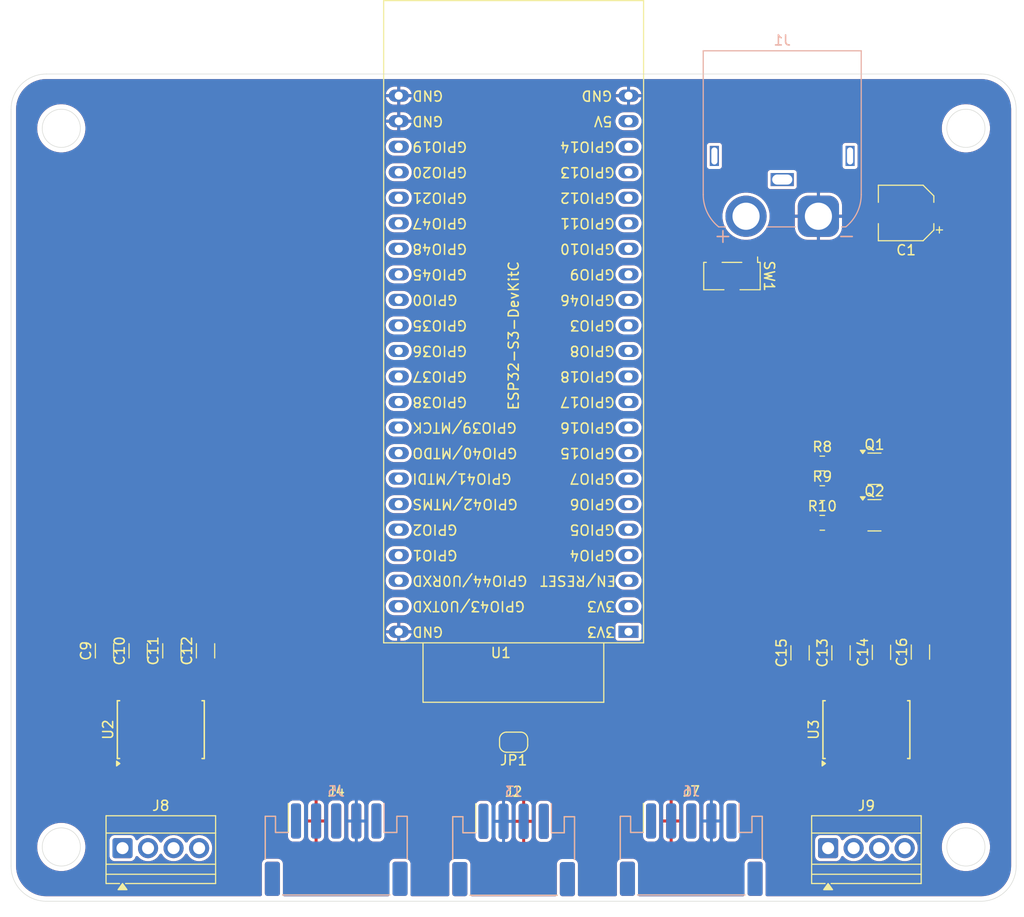
<source format=kicad_pcb>
(kicad_pcb (version 20241229) (generator "pcbnew") (generator_version "9.0")
  (layers (0 "F.Cu" signal) (2 "B.Cu" signal) (13 "F.Paste" user) (15 "B.Paste" user) (5 "F.SilkS" user "F.Silkscreen") (7 "B.SilkS" user "B.Silkscreen") (1 "F.Mask" user) (3 "B.Mask" user) (25 "Edge.Cuts" user))
  (net 0 "")
  (net 1 "GND")
  (net 2 "+7V4")
  (net 3 "+3V3")
  (net 4 "Net-(J1-Pin_2)")
  (net 5 "ENC2")
  (net 6 "ENC1")
  (net 7 "ENC4")
  (net 8 "ENC3")
  (net 9 "PRX_FS")
  (net 10 "Net-(J4-Pin_5)")
  (net 11 "Net-(J5-Pin_5)")
  (net 12 "PRX_LS")
  (net 13 "Net-(J6-Pin_5)")
  (net 14 "PRX_RS")
  (net 15 "PRX_BS")
  (net 16 "SO")
  (net 17 "MOTOR_RL-")
  (net 18 "MOTOR_FL-")
  (net 19 "MOTOR_FL+")
  (net 20 "MOTOR_RL+")
  (net 21 "MOTOR_FR+")
  (net 22 "MOTOR_RR-")
  (net 23 "MOTOR_FR-")
  (net 24 "MOTOR_RR+")
  (net 25 "Net-(Q1-S)")
  (net 26 "Net-(Q1-G)")
  (net 27 "BATT_READ_EN")
  (net 28 "BATT_READ")
  (net 31 "PWMC")
  (net 32 "BIN2")
  (net 35 "BIN1")
  (net 36 "PWMB")
  (net 40 "BIN4")
  (net 41 "AIN3")
  (net 45 "AIN4")
  (net 46 "STBYB")
  (net 51 "PWMD")
  (net 52 "PWMA")
  (net 54 "BIN3")
  (net 55 "AIN1")
  (net 61 "AIN2")
  (net 62 "STBYA")
  (footprint "IMURCLibrary:TerminalBlock_Xinya_XY308-2.54-4P_1x04_P2.54mm_Horizontal" (layer "F.Cu") (at 176.29 131.6175)
    (property "Reference" "J9" (at 3.81 -4.22 0) (layer "F.SilkS"))
    (property "Value" "Right Terminal")
    (fp_line (start -1.64 -3.22) (end -1.64 3.52) (stroke (width 0.12)) (layer "F.SilkS"))
    (fp_line (start -1.64 -3.22) (end 9.26 -3.22) (stroke (width 0.12)) (layer "F.SilkS"))
    (fp_line (start -1.64 -1.5) (end 9.26 -1.5) (stroke (width 0.12)) (layer "F.SilkS"))
    (fp_line (start -1.64 1.6) (end 9.26 1.6) (stroke (width 0.12)) (layer "F.SilkS"))
    (fp_line (start -1.64 2.6) (end 9.26 2.6) (stroke (width 0.12)) (layer "F.SilkS"))
    (fp_line (start -1.64 3.52) (end -0.3 3.52) (stroke (width 0.12)) (layer "F.SilkS"))
    (fp_line (start 0.3 3.52) (end 9.26 3.52) (stroke (width 0.12)) (layer "F.SilkS"))
    (fp_line (start 9.26 -3.22) (end 9.26 3.52) (stroke (width 0.12)) (layer "F.SilkS"))
    (fp_poly (pts (xy 0 3.52) (xy 0.44 4.13) (xy -0.44 4.13)) (stroke (width 0.12)) (fill yes) (layer "F.SilkS"))
    (pad "1" thru_hole roundrect (at 0 0) (size 2 2) (drill 1.2) (layers "*.Cu" "*.Mask") (roundrect_rratio 0.125) (net 24 "MOTOR_RR+"))
    (pad "2" thru_hole circle (at 2.54 0) (size 2 2) (drill 1.2) (layers "*.Cu" "*.Mask") (net 22 "MOTOR_RR-"))
    (pad "3" thru_hole circle (at 5.08 0) (size 2 2) (drill 1.2) (layers "*.Cu" "*.Mask") (net 23 "MOTOR_FR-"))
    (pad "4" thru_hole circle (at 7.62 0) (size 2 2) (drill 1.2) (layers "*.Cu" "*.Mask") (net 21 "MOTOR_FR+"))
  )
  (footprint "Capacitor_SMD:C_1206_3216Metric_Pad1.33x1.80mm_HandSolder" (layer "F.Cu") (at 111 111.9875 90)
    (property "Reference" "C11" (at 0 -1.85 90) (layer "F.SilkS"))
    (property "Value" "0.1uF")
    (fp_line (start -0.711252 -0.91) (end 0.711252 -0.91) (stroke (width 0.12)) (layer "F.SilkS"))
    (fp_line (start -0.711252 0.91) (end 0.711252 0.91) (stroke (width 0.12)) (layer "F.SilkS"))
    (pad "1" smd roundrect (at -1.5625 0 90) (size 1.325 1.8) (layers "F.Cu" "F.Mask" "F.Paste") (roundrect_rratio 0.188679) (net 2 "+7V4"))
    (pad "2" smd roundrect (at 1.5625 0 90) (size 1.325 1.8) (layers "F.Cu" "F.Mask" "F.Paste") (roundrect_rratio 0.188679) (net 1 "GND"))
  )
  (footprint "Capacitor_SMD:C_1206_3216Metric_Pad1.33x1.80mm_HandSolder" (layer "F.Cu") (at 177.575 112.1875 90)
    (property "Reference" "C13" (at 0 -1.85 90) (layer "F.SilkS"))
    (property "Value" "0.1uF")
    (fp_line (start -0.711252 -0.91) (end 0.711252 -0.91) (stroke (width 0.12)) (layer "F.SilkS"))
    (fp_line (start -0.711252 0.91) (end 0.711252 0.91) (stroke (width 0.12)) (layer "F.SilkS"))
    (pad "1" smd roundrect (at -1.5625 0 90) (size 1.325 1.8) (layers "F.Cu" "F.Mask" "F.Paste") (roundrect_rratio 0.188679) (net 3 "+3V3"))
    (pad "2" smd roundrect (at 1.5625 0 90) (size 1.325 1.8) (layers "F.Cu" "F.Mask" "F.Paste") (roundrect_rratio 0.188679) (net 1 "GND"))
  )
  (footprint "Capacitor_SMD:C_1206_3216Metric_Pad1.33x1.80mm_HandSolder" (layer "F.Cu") (at 107.65 111.9875 90)
    (property "Reference" "C10" (at 0 -1.85 90) (layer "F.SilkS"))
    (property "Value" "10uF")
    (fp_line (start -0.711252 -0.91) (end 0.711252 -0.91) (stroke (width 0.12)) (layer "F.SilkS"))
    (fp_line (start -0.711252 0.91) (end 0.711252 0.91) (stroke (width 0.12)) (layer "F.SilkS"))
    (pad "1" smd roundrect (at -1.5625 0 90) (size 1.325 1.8) (layers "F.Cu" "F.Mask" "F.Paste") (roundrect_rratio 0.188679) (net 3 "+3V3"))
    (pad "2" smd roundrect (at 1.5625 0 90) (size 1.325 1.8) (layers "F.Cu" "F.Mask" "F.Paste") (roundrect_rratio 0.188679) (net 1 "GND"))
  )
  (footprint "Capacitor_SMD:C_1206_3216Metric_Pad1.33x1.80mm_HandSolder" (layer "F.Cu") (at 185.475 112.1125 90)
    (property "Reference" "C16" (at 0 -1.85 90) (layer "F.SilkS"))
    (property "Value" "10uF")
    (fp_line (start -0.711252 -0.91) (end 0.711252 -0.91) (stroke (width 0.12)) (layer "F.SilkS"))
    (fp_line (start -0.711252 0.91) (end 0.711252 0.91) (stroke (width 0.12)) (layer "F.SilkS"))
    (pad "1" smd roundrect (at -1.5625 0 90) (size 1.325 1.8) (layers "F.Cu" "F.Mask" "F.Paste") (roundrect_rratio 0.188679) (net 2 "+7V4"))
    (pad "2" smd roundrect (at 1.5625 0 90) (size 1.325 1.8) (layers "F.Cu" "F.Mask" "F.Paste") (roundrect_rratio 0.188679) (net 1 "GND"))
  )
  (footprint "Capacitor_SMD:C_1206_3216Metric_Pad1.33x1.80mm_HandSolder" (layer "F.Cu") (at 104.3 111.9875 90)
    (property "Reference" "C9" (at 0 -1.85 90) (layer "F.SilkS"))
    (property "Value" "0.1uF")
    (fp_line (start -0.711252 -0.91) (end 0.711252 -0.91) (stroke (width 0.12)) (layer "F.SilkS"))
    (fp_line (start -0.711252 0.91) (end 0.711252 0.91) (stroke (width 0.12)) (layer "F.SilkS"))
    (pad "1" smd roundrect (at -1.5625 0 90) (size 1.325 1.8) (layers "F.Cu" "F.Mask" "F.Paste") (roundrect_rratio 0.188679) (net 3 "+3V3"))
    (pad "2" smd roundrect (at 1.5625 0 90) (size 1.325 1.8) (layers "F.Cu" "F.Mask" "F.Paste") (roundrect_rratio 0.188679) (net 1 "GND"))
  )
  (footprint "Resistor_SMD:R_0805_2012Metric" (layer "F.Cu") (at 175.7125 93.35)
    (property "Reference" "R8" (at 0 -1.65 0) (layer "F.SilkS"))
    (property "Value" "10k")
    (fp_line (start -0.227064 -0.735) (end 0.227064 -0.735) (stroke (width 0.12)) (layer "F.SilkS"))
    (fp_line (start -0.227064 0.735) (end 0.227064 0.735) (stroke (width 0.12)) (layer "F.SilkS"))
    (pad "1" smd roundrect (at -0.9125 0) (size 1.025 1.4) (layers "F.Cu" "F.Mask" "F.Paste") (roundrect_rratio 0.243902) (net 26 "Net-(Q1-G)"))
    (pad "2" smd roundrect (at 0.9125 0) (size 1.025 1.4) (layers "F.Cu" "F.Mask" "F.Paste") (roundrect_rratio 0.243902) (net 2 "+7V4"))
  )
  (footprint "Jumper:SolderJumper-2_P1.3mm_Open_RoundedPad1.0x1.5mm" (layer "F.Cu") (at 145 121.075 180)
    (property "Reference" "JP1" (at 0 -1.8 0) (layer "F.SilkS"))
    (property "Value" "SolderJumper_2_Open")
    (fp_line (start 1.4 -0.3) (end 1.4 0.3) (stroke (width 0.12)) (layer "F.SilkS"))
    (fp_line (start 0.7 1) (end -0.7 1) (stroke (width 0.12)) (layer "F.SilkS"))
    (fp_line (start -0.7 -1) (end 0.7 -1) (stroke (width 0.12)) (layer "F.SilkS"))
    (fp_line (start -1.4 0.3) (end -1.4 -0.3) (stroke (width 0.12)) (layer "F.SilkS"))
    (fp_arc (start 1.4 0.3) (mid 1.194975 0.794975) (end 0.7 1) (stroke (width 0.12)) (layer "F.SilkS"))
    (fp_arc (start 0.7 -1) (mid 1.194975 -0.794975) (end 1.4 -0.3) (stroke (width 0.12)) (layer "F.SilkS"))
    (fp_arc (start -0.7 1) (mid -1.194975 0.794975) (end -1.4 0.3) (stroke (width 0.12)) (layer "F.SilkS"))
    (fp_arc (start -1.4 -0.3) (mid -1.194975 -0.794975) (end -0.7 -1) (stroke (width 0.12)) (layer "F.SilkS"))
    (pad "1" smd custom (at -0.65 0 180) (size 1 0.5) (layers "F.Cu" "F.Mask") (net 13 "Net-(J6-Pin_5)") (options (clearance outline) (anchor rect)) (primitives (gr_circle (center 0 0.25) (end 0.5 0.25) (width 0) (fill yes)) (gr_circle (center 0 -0.25) (end 0.5 -0.25) (width 0) (fill yes)) (gr_poly (pts (xy 0.5 0.75) (xy 0 0.75) (xy 0 -0.75) (xy 0.5 -0.75)) (width 0) (fill yes))))
    (pad "2" smd custom (at 0.65 0 180) (size 1 0.5) (layers "F.Cu" "F.Mask") (net 10 "Net-(J4-Pin_5)") (options (clearance outline) (anchor rect)) (primitives (gr_circle (center 0 0.25) (end 0.5 0.25) (width 0) (fill yes)) (gr_circle (center 0 -0.25) (end 0.5 -0.25) (width 0) (fill yes)) (gr_poly (pts (xy 0 0.75) (xy -0.5 0.75) (xy -0.5 -0.75) (xy 0 -0.75)) (width 0) (fill yes))))
  )
  (footprint "Capacitor_SMD:C_1206_3216Metric_Pad1.33x1.80mm_HandSolder" (layer "F.Cu") (at 173.5 112.1875 90)
    (property "Reference" "C15" (at 0 -1.85 90) (layer "F.SilkS"))
    (property "Value" "0.1uF")
    (fp_line (start -0.711252 -0.91) (end 0.711252 -0.91) (stroke (width 0.12)) (layer "F.SilkS"))
    (fp_line (start -0.711252 0.91) (end 0.711252 0.91) (stroke (width 0.12)) (layer "F.SilkS"))
    (pad "1" smd roundrect (at -1.5625 0 90) (size 1.325 1.8) (layers "F.Cu" "F.Mask" "F.Paste") (roundrect_rratio 0.188679) (net 2 "+7V4"))
    (pad "2" smd roundrect (at 1.5625 0 90) (size 1.325 1.8) (layers "F.Cu" "F.Mask" "F.Paste") (roundrect_rratio 0.188679) (net 1 "GND"))
  )
  (footprint "Package_TO_SOT_SMD:SOT-23" (layer "F.Cu") (at 180.9 98.5)
    (property "Reference" "Q2" (at 0 -2.4 0) (layer "F.SilkS"))
    (property "Value" "IRLML6344TRPBF")
    (fp_line (start 0 -1.56) (end -0.65 -1.56) (stroke (width 0.12)) (layer "F.SilkS"))
    (fp_line (start 0 -1.56) (end 0.65 -1.56) (stroke (width 0.12)) (layer "F.SilkS"))
    (fp_line (start 0 1.56) (end -0.65 1.56) (stroke (width 0.12)) (layer "F.SilkS"))
    (fp_line (start 0 1.56) (end 0.65 1.56) (stroke (width 0.12)) (layer "F.SilkS"))
    (fp_poly (pts (xy -1.1625 -1.51) (xy -1.4025 -1.84) (xy -0.9225 -1.84)) (stroke (width 0.12)) (fill yes) (layer "F.SilkS"))
    (pad "1" smd roundrect (at -0.9375 -0.95) (size 1.475 0.6) (layers "F.Cu" "F.Mask" "F.Paste") (net 27 "BATT_READ_EN"))
    (pad "2" smd roundrect (at -0.9375 0.95) (size 1.475 0.6) (layers "F.Cu" "F.Mask" "F.Paste") (net 1 "GND"))
    (pad "3" smd roundrect (at 0.9375 0) (size 1.475 0.6) (layers "F.Cu" "F.Mask" "F.Paste") (net 26 "Net-(Q1-G)"))
  )
  (footprint "Resistor_SMD:R_0805_2012Metric" (layer "F.Cu") (at 175.7125 99.25)
    (property "Reference" "R10" (at 0 -1.65 0) (layer "F.SilkS"))
    (property "Value" "51k")
    (fp_line (start -0.227064 -0.735) (end 0.227064 -0.735) (stroke (width 0.12)) (layer "F.SilkS"))
    (fp_line (start -0.227064 0.735) (end 0.227064 0.735) (stroke (width 0.12)) (layer "F.SilkS"))
    (pad "1" smd roundrect (at -0.9125 0) (size 1.025 1.4) (layers "F.Cu" "F.Mask" "F.Paste") (roundrect_rratio 0.243902) (net 25 "Net-(Q1-S)"))
    (pad "2" smd roundrect (at 0.9125 0) (size 1.025 1.4) (layers "F.Cu" "F.Mask" "F.Paste") (roundrect_rratio 0.243902) (net 28 "BATT_READ"))
  )
  (footprint "IMURCLibrary:JST_PH_S5B-PH-SM4-TB_1x05-1MP_P2.00mm_Horizontal" (layer "F.Cu") (at 162.675 131.7675)
    (property "Reference" "J7" (at 0 -5.8 0) (layer "F.SilkS"))
    (property "Value" "Prox Sensor BS")
    (fp_line (start -7.06 -3.31) (end -6.04 -3.31) (stroke (width 0.12)) (layer "F.SilkS"))
    (fp_line (start -7.06 0.94) (end -7.06 -3.31) (stroke (width 0.12)) (layer "F.SilkS"))
    (fp_line (start -6.04 -3.31) (end -6.04 -1.71) (stroke (width 0.12)) (layer "F.SilkS"))
    (fp_line (start -6.04 -1.71) (end -4.76 -1.71) (stroke (width 0.12)) (layer "F.SilkS"))
    (fp_line (start -5.34 4.51) (end 5.34 4.51) (stroke (width 0.12)) (layer "F.SilkS"))
    (fp_line (start -4.76 -1.71) (end -4.76 -4.6) (stroke (width 0.12)) (layer "F.SilkS"))
    (fp_line (start 6.04 -3.31) (end 6.04 -1.71) (stroke (width 0.12)) (layer "F.SilkS"))
    (fp_line (start 6.04 -1.71) (end 4.76 -1.71) (stroke (width 0.12)) (layer "F.SilkS"))
    (fp_line (start 7.06 -3.31) (end 6.04 -3.31) (stroke (width 0.12)) (layer "F.SilkS"))
    (fp_line (start 7.06 0.94) (end 7.06 -3.31) (stroke (width 0.12)) (layer "F.SilkS"))
    (pad "1" smd roundrect (at -4 -2.85) (size 1 3.5) (layers "F.Cu" "F.Mask" "F.Paste") (net 15 "PRX_BS"))
    (pad "2" smd roundrect (at -2 -2.85) (size 1 3.5) (layers "F.Cu" "F.Mask" "F.Paste") (net 1 "GND"))
    (pad "3" smd roundrect (at 0 -2.85) (size 1 3.5) (layers "F.Cu" "F.Mask" "F.Paste") (net 3 "+3V3"))
    (pad "4" smd roundrect (at 2 -2.85) (size 1 3.5) (layers "F.Cu" "F.Mask" "F.Paste") (net 13 "Net-(J6-Pin_5)"))
    (pad "5" smd roundrect (at 4 -2.85) (size 1 3.5) (layers "F.Cu" "F.Mask" "F.Paste") (net 16 "SO"))
    (pad "MP" smd roundrect (at -6.35 2.9) (size 1.5 3.4) (layers "F.Cu" "F.Mask" "F.Paste") (roundrect_rratio 0.166667))
    (pad "MP" smd roundrect (at 6.35 2.9) (size 1.5 3.4) (layers "F.Cu" "F.Mask" "F.Paste") (roundrect_rratio 0.166667))
  )
  (footprint "Package_SO:SSOP-24_5.3x8.2mm_P0.65mm" (layer "F.Cu") (at 109.9 119.825 90)
    (property "Reference" "U2" (at 0 -5.25 90) (layer "F.SilkS"))
    (property "Value" "TB6612FNG")
    (fp_line (start 2.875 -4.325) (end 2.875 -4.1) (stroke (width 0.15)) (layer "F.SilkS"))
    (fp_line (start -2.875 -4.325) (end 2.875 -4.325) (stroke (width 0.15)) (layer "F.SilkS"))
    (fp_line (start -2.875 -4.325) (end -2.875 -4.1) (stroke (width 0.15)) (layer "F.SilkS"))
    (fp_line (start 2.875 4.325) (end 2.875 4.1) (stroke (width 0.15)) (layer "F.SilkS"))
    (fp_line (start -2.875 4.325) (end -2.875 4.1) (stroke (width 0.15)) (layer "F.SilkS"))
    (fp_line (start -2.875 4.325) (end 2.875 4.325) (stroke (width 0.15)) (layer "F.SilkS"))
    (fp_poly (pts (xy -3.375 -4.075) (xy -3.615 -4.405) (xy -3.135 -4.405) (xy -3.375 -4.075)) (stroke (width 0.12)) (fill yes) (layer "F.SilkS"))
    (pad "1" smd rect (at -3.6 -3.575 90) (size 1.75 0.45) (layers "F.Cu" "F.Mask" "F.Paste") (net 19 "MOTOR_FL+"))
    (pad "2" smd rect (at -3.6 -2.925 90) (size 1.75 0.45) (layers "F.Cu" "F.Mask" "F.Paste") (net 19 "MOTOR_FL+"))
    (pad "3" smd rect (at -3.6 -2.275 90) (size 1.75 0.45) (layers "F.Cu" "F.Mask" "F.Paste") (net 1 "GND"))
    (pad "4" smd rect (at -3.6 -1.625 90) (size 1.75 0.45) (layers "F.Cu" "F.Mask" "F.Paste") (net 1 "GND"))
    (pad "5" smd rect (at -3.6 -0.975 90) (size 1.75 0.45) (layers "F.Cu" "F.Mask" "F.Paste") (net 18 "MOTOR_FL-"))
    (pad "6" smd rect (at -3.6 -0.325 90) (size 1.75 0.45) (layers "F.Cu" "F.Mask" "F.Paste") (net 18 "MOTOR_FL-"))
    (pad "7" smd rect (at -3.6 0.325 90) (size 1.75 0.45) (layers "F.Cu" "F.Mask" "F.Paste") (net 17 "MOTOR_RL-"))
    (pad "8" smd rect (at -3.6 0.975 90) (size 1.75 0.45) (layers "F.Cu" "F.Mask" "F.Paste") (net 17 "MOTOR_RL-"))
    (pad "9" smd rect (at -3.6 1.625 90) (size 1.75 0.45) (layers "F.Cu" "F.Mask" "F.Paste") (net 1 "GND"))
    (pad "10" smd rect (at -3.6 2.275 90) (size 1.75 0.45) (layers "F.Cu" "F.Mask" "F.Paste") (net 1 "GND"))
    (pad "11" smd rect (at -3.6 2.925 90) (size 1.75 0.45) (layers "F.Cu" "F.Mask" "F.Paste") (net 20 "MOTOR_RL+"))
    (pad "12" smd rect (at -3.6 3.575 90) (size 1.75 0.45) (layers "F.Cu" "F.Mask" "F.Paste") (net 20 "MOTOR_RL+"))
    (pad "13" smd rect (at 3.6 3.575 90) (size 1.75 0.45) (layers "F.Cu" "F.Mask" "F.Paste") (net 2 "+7V4"))
    (pad "14" smd rect (at 3.6 2.925 90) (size 1.75 0.45) (layers "F.Cu" "F.Mask" "F.Paste") (net 2 "+7V4"))
    (pad "15" smd rect (at 3.6 2.275 90) (size 1.75 0.45) (layers "F.Cu" "F.Mask" "F.Paste") (net 36 "PWMB"))
    (pad "16" smd rect (at 3.6 1.625 90) (size 1.75 0.45) (layers "F.Cu" "F.Mask" "F.Paste") (net 32 "BIN2"))
    (pad "17" smd rect (at 3.6 0.975 90) (size 1.75 0.45) (layers "F.Cu" "F.Mask" "F.Paste") (net 35 "BIN1"))
    (pad "18" smd rect (at 3.6 0.325 90) (size 1.75 0.45) (layers "F.Cu" "F.Mask" "F.Paste") (net 1 "GND"))
    (pad "19" smd rect (at 3.6 -0.325 90) (size 1.75 0.45) (layers "F.Cu" "F.Mask" "F.Paste") (net 62 "STBYA"))
    (pad "20" smd rect (at 3.6 -0.975 90) (size 1.75 0.45) (layers "F.Cu" "F.Mask" "F.Paste") (net 3 "+3V3"))
    (pad "21" smd rect (at 3.6 -1.625 90) (size 1.75 0.45) (layers "F.Cu" "F.Mask" "F.Paste") (net 55 "AIN1"))
    (pad "22" smd rect (at 3.6 -2.275 90) (size 1.75 0.45) (layers "F.Cu" "F.Mask" "F.Paste") (net 61 "AIN2"))
    (pad "23" smd rect (at 3.6 -2.925 90) (size 1.75 0.45) (layers "F.Cu" "F.Mask" "F.Paste") (net 52 "PWMA"))
    (pad "24" smd rect (at 3.6 -3.575 90) (size 1.75 0.45) (layers "F.Cu" "F.Mask" "F.Paste") (net 2 "+7V4"))
  )
  (footprint "Capacitor_SMD:C_1206_3216Metric_Pad1.33x1.80mm_HandSolder" (layer "F.Cu") (at 181.6 112.1375 90)
    (property "Reference" "C14" (at 0 -1.85 90) (layer "F.SilkS"))
    (property "Value" "10uF")
    (fp_line (start -0.711252 -0.91) (end 0.711252 -0.91) (stroke (width 0.12)) (layer "F.SilkS"))
    (fp_line (start -0.711252 0.91) (end 0.711252 0.91) (stroke (width 0.12)) (layer "F.SilkS"))
    (pad "1" smd roundrect (at -1.5625 0 90) (size 1.325 1.8) (layers "F.Cu" "F.Mask" "F.Paste") (roundrect_rratio 0.188679) (net 3 "+3V3"))
    (pad "2" smd roundrect (at 1.5625 0 90) (size 1.325 1.8) (layers "F.Cu" "F.Mask" "F.Paste") (roundrect_rratio 0.188679) (net 1 "GND"))
  )
  (footprint "IMURCLibrary:JST_PH_S5B-PH-SM4-TB_1x05-1MP_P2.00mm_Horizontal" (layer "F.Cu") (at 127.35 131.7675)
    (property "Reference" "J4" (at 0 -5.8 0) (layer "F.SilkS"))
    (property "Value" "Prox Sensor FS")
    (fp_line (start -7.06 -3.31) (end -6.04 -3.31) (stroke (width 0.12)) (layer "F.SilkS"))
    (fp_line (start -7.06 0.94) (end -7.06 -3.31) (stroke (width 0.12)) (layer "F.SilkS"))
    (fp_line (start -6.04 -3.31) (end -6.04 -1.71) (stroke (width 0.12)) (layer "F.SilkS"))
    (fp_line (start -6.04 -1.71) (end -4.76 -1.71) (stroke (width 0.12)) (layer "F.SilkS"))
    (fp_line (start -5.34 4.51) (end 5.34 4.51) (stroke (width 0.12)) (layer "F.SilkS"))
    (fp_line (start -4.76 -1.71) (end -4.76 -4.6) (stroke (width 0.12)) (layer "F.SilkS"))
    (fp_line (start 6.04 -3.31) (end 6.04 -1.71) (stroke (width 0.12)) (layer "F.SilkS"))
    (fp_line (start 6.04 -1.71) (end 4.76 -1.71) (stroke (width 0.12)) (layer "F.SilkS"))
    (fp_line (start 7.06 -3.31) (end 6.04 -3.31) (stroke (width 0.12)) (layer "F.SilkS"))
    (fp_line (start 7.06 0.94) (end 7.06 -3.31) (stroke (width 0.12)) (layer "F.SilkS"))
    (pad "1" smd roundrect (at -4 -2.85) (size 1 3.5) (layers "F.Cu" "F.Mask" "F.Paste") (net 9 "PRX_FS"))
    (pad "2" smd roundrect (at -2 -2.85) (size 1 3.5) (layers "F.Cu" "F.Mask" "F.Paste") (net 1 "GND"))
    (pad "3" smd roundrect (at 0 -2.85) (size 1 3.5) (layers "F.Cu" "F.Mask" "F.Paste") (net 3 "+3V3"))
    (pad "4" smd roundrect (at 2 -2.85) (size 1 3.5) (layers "F.Cu" "F.Mask" "F.Paste") (net 2 "+7V4"))
    (pad "5" smd roundrect (at 4 -2.85) (size 1 3.5) (layers "F.Cu" "F.Mask" "F.Paste") (net 10 "Net-(J4-Pin_5)"))
    (pad "MP" smd roundrect (at -6.35 2.9) (size 1.5 3.4) (layers "F.Cu" "F.Mask" "F.Paste") (roundrect_rratio 0.166667))
    (pad "MP" smd roundrect (at 6.35 2.9) (size 1.5 3.4) (layers "F.Cu" "F.Mask" "F.Paste") (roundrect_rratio 0.166667))
  )
  (footprint "IMURCLibrary:JST_PH_S4B-PH-SM4-TB_1x04-1MP_P2.00mm_Horizontal" (layer "F.Cu") (at 145 131.8)
    (property "Reference" "J2" (at 0 -5.8 0) (layer "F.SilkS"))
    (property "Value" "Encoder F")
    (fp_line (start -6.06 -3.31) (end -5.04 -3.31) (stroke (width 0.12)) (layer "F.SilkS"))
    (fp_line (start -6.06 0.94) (end -6.06 -3.31) (stroke (width 0.12)) (layer "F.SilkS"))
    (fp_line (start -5.04 -3.31) (end -5.04 -1.71) (stroke (width 0.12)) (layer "F.SilkS"))
    (fp_line (start -5.04 -1.71) (end -3.76 -1.71) (stroke (width 0.12)) (layer "F.SilkS"))
    (fp_line (start -4.34 4.51) (end 4.34 4.51) (stroke (width 0.12)) (layer "F.SilkS"))
    (fp_line (start -3.76 -1.71) (end -3.76 -4.6) (stroke (width 0.12)) (layer "F.SilkS"))
    (fp_line (start 5.04 -3.31) (end 5.04 -1.71) (stroke (width 0.12)) (layer "F.SilkS"))
    (fp_line (start 5.04 -1.71) (end 3.76 -1.71) (stroke (width 0.12)) (layer "F.SilkS"))
    (fp_line (start 6.06 -3.31) (end 5.04 -3.31) (stroke (width 0.12)) (layer "F.SilkS"))
    (fp_line (start 6.06 0.94) (end 6.06 -3.31) (stroke (width 0.12)) (layer "F.SilkS"))
    (pad "1" smd roundrect (at -3 -2.85) (size 1 3.5) (layers "F.Cu" "F.Mask" "F.Paste") (net 5 "ENC2"))
    (pad "2" smd roundrect (at -1 -2.85) (size 1 3.5) (layers "F.Cu" "F.Mask" "F.Paste") (net 6 "ENC1"))
    (pad "3" smd roundrect (at 1 -2.85) (size 1 3.5) (layers "F.Cu" "F.Mask" "F.Paste") (net 1 "GND"))
    (pad "4" smd roundrect (at 3 -2.85) (size 1 3.5) (layers "F.Cu" "F.Mask" "F.Paste") (net 3 "+3V3"))
    (pad "MP" smd roundrect (at -5.35 2.9) (size 1.5 3.4) (layers "F.Cu" "F.Mask" "F.Paste") (roundrect_rratio 0.166667))
    (pad "MP" smd roundrect (at 5.35 2.9) (size 1.5 3.4) (layers "F.Cu" "F.Mask" "F.Paste") (roundrect_rratio 0.166667))
  )
  (footprint "Package_SO:SSOP-24_5.3x8.2mm_P0.65mm" (layer "F.Cu") (at 180.1 119.825 90)
    (property "Reference" "U3" (at 0 -5.25 90) (layer "F.SilkS"))
    (property "Value" "TB6612FNG")
    (fp_line (start 2.875 -4.325) (end 2.875 -4.1) (stroke (width 0.15)) (layer "F.SilkS"))
    (fp_line (start -2.875 -4.325) (end 2.875 -4.325) (stroke (width 0.15)) (layer "F.SilkS"))
    (fp_line (start -2.875 -4.325) (end -2.875 -4.1) (stroke (width 0.15)) (layer "F.SilkS"))
    (fp_line (start 2.875 4.325) (end 2.875 4.1) (stroke (width 0.15)) (layer "F.SilkS"))
    (fp_line (start -2.875 4.325) (end -2.875 4.1) (stroke (width 0.15)) (layer "F.SilkS"))
    (fp_line (start -2.875 4.325) (end 2.875 4.325) (stroke (width 0.15)) (layer "F.SilkS"))
    (fp_poly (pts (xy -3.375 -4.075) (xy -3.615 -4.405) (xy -3.135 -4.405) (xy -3.375 -4.075)) (stroke (width 0.12)) (fill yes) (layer "F.SilkS"))
    (pad "1" smd rect (at -3.6 -3.575 90) (size 1.75 0.45) (layers "F.Cu" "F.Mask" "F.Paste") (net 24 "MOTOR_RR+"))
    (pad "2" smd rect (at -3.6 -2.925 90) (size 1.75 0.45) (layers "F.Cu" "F.Mask" "F.Paste") (net 24 "MOTOR_RR+"))
    (pad "3" smd rect (at -3.6 -2.275 90) (size 1.75 0.45) (layers "F.Cu" "F.Mask" "F.Paste") (net 1 "GND"))
    (pad "4" smd rect (at -3.6 -1.625 90) (size 1.75 0.45) (layers "F.Cu" "F.Mask" "F.Paste") (net 1 "GND"))
    (pad "5" smd rect (at -3.6 -0.975 90) (size 1.75 0.45) (layers "F.Cu" "F.Mask" "F.Paste") (net 22 "MOTOR_RR-"))
    (pad "6" smd rect (at -3.6 -0.325 90) (size 1.75 0.45) (layers "F.Cu" "F.Mask" "F.Paste") (net 22 "MOTOR_RR-"))
    (pad "7" smd rect (at -3.6 0.325 90) (size 1.75 0.45) (layers "F.Cu" "F.Mask" "F.Paste") (net 23 "MOTOR_FR-"))
    (pad "8" smd rect (at -3.6 0.975 90) (size 1.75 0.45) (layers "F.Cu" "F.Mask" "F.Paste") (net 23 "MOTOR_FR-"))
    (pad "9" smd rect (at -3.6 1.625 90) (size 1.75 0.45) (layers "F.Cu" "F.Mask" "F.Paste") (net 1 "GND"))
    (pad "10" smd rect (at -3.6 2.275 90) (size 1.75 0.45) (layers "F.Cu" "F.Mask" "F.Paste") (net 1 "GND"))
    (pad "11" smd rect (at -3.6 2.925 90) (size 1.75 0.45) (layers "F.Cu" "F.Mask" "F.Paste") (net 21 "MOTOR_FR+"))
    (pad "12" smd rect (at -3.6 3.575 90) (size 1.75 0.45) (layers "F.Cu" "F.Mask" "F.Paste") (net 21 "MOTOR_FR+"))
    (pad "13" smd rect (at 3.6 3.575 90) (size 1.75 0.45) (layers "F.Cu" "F.Mask" "F.Paste") (net 2 "+7V4"))
    (pad "14" smd rect (at 3.6 2.925 90) (size 1.75 0.45) (layers "F.Cu" "F.Mask" "F.Paste") (net 2 "+7V4"))
    (pad "15" smd rect (at 3.6 2.275 90) (size 1.75 0.45) (layers "F.Cu" "F.Mask" "F.Paste") (net 51 "PWMD"))
    (pad "16" smd rect (at 3.6 1.625 90) (size 1.75 0.45) (layers "F.Cu" "F.Mask" "F.Paste") (net 40 "BIN4"))
    (pad "17" smd rect (at 3.6 0.975 90) (size 1.75 0.45) (layers "F.Cu" "F.Mask" "F.Paste") (net 54 "BIN3"))
    (pad "18" smd rect (at 3.6 0.325 90) (size 1.75 0.45) (layers "F.Cu" "F.Mask" "F.Paste") (net 1 "GND"))
    (pad "19" smd rect (at 3.6 -0.325 90) (size 1.75 0.45) (layers "F.Cu" "F.Mask" "F.Paste") (net 46 "STBYB"))
    (pad "20" smd rect (at 3.6 -0.975 90) (size 1.75 0.45) (layers "F.Cu" "F.Mask" "F.Paste") (net 3 "+3V3"))
    (pad "21" smd rect (at 3.6 -1.625 90) (size 1.75 0.45) (layers "F.Cu" "F.Mask" "F.Paste") (net 41 "AIN3"))
    (pad "22" smd rect (at 3.6 -2.275 90) (size 1.75 0.45) (layers "F.Cu" "F.Mask" "F.Paste") (net 45 "AIN4"))
    (pad "23" smd rect (at 3.6 -2.925 90) (size 1.75 0.45) (layers "F.Cu" "F.Mask" "F.Paste") (net 31 "PWMC"))
    (pad "24" smd rect (at 3.6 -3.575 90) (size 1.75 0.45) (layers "F.Cu" "F.Mask" "F.Paste") (net 2 "+7V4"))
  )
  (footprint "IMURCLibrary:TerminalBlock_Xinya_XY308-2.54-4P_1x04_P2.54mm_Horizontal" (layer "F.Cu") (at 106.09 131.6175)
    (property "Reference" "J8" (at 3.81 -4.22 0) (layer "F.SilkS"))
    (property "Value" "Left Terminal")
    (fp_line (start -1.64 -3.22) (end -1.64 3.52) (stroke (width 0.12)) (layer "F.SilkS"))
    (fp_line (start -1.64 -3.22) (end 9.26 -3.22) (stroke (width 0.12)) (layer "F.SilkS"))
    (fp_line (start -1.64 -1.5) (end 9.26 -1.5) (stroke (width 0.12)) (layer "F.SilkS"))
    (fp_line (start -1.64 1.6) (end 9.26 1.6) (stroke (width 0.12)) (layer "F.SilkS"))
    (fp_line (start -1.64 2.6) (end 9.26 2.6) (stroke (width 0.12)) (layer "F.SilkS"))
    (fp_line (start -1.64 3.52) (end -0.3 3.52) (stroke (width 0.12)) (layer "F.SilkS"))
    (fp_line (start 0.3 3.52) (end 9.26 3.52) (stroke (width 0.12)) (layer "F.SilkS"))
    (fp_line (start 9.26 -3.22) (end 9.26 3.52) (stroke (width 0.12)) (layer "F.SilkS"))
    (fp_poly (pts (xy 0 3.52) (xy 0.44 4.13) (xy -0.44 4.13)) (stroke (width 0.12)) (fill yes) (layer "F.SilkS"))
    (pad "1" thru_hole roundrect (at 0 0) (size 2 2) (drill 1.2) (layers "*.Cu" "*.Mask") (roundrect_rratio 0.125) (net 19 "MOTOR_FL+"))
    (pad "2" thru_hole circle (at 2.54 0) (size 2 2) (drill 1.2) (layers "*.Cu" "*.Mask") (net 18 "MOTOR_FL-"))
    (pad "3" thru_hole circle (at 5.08 0) (size 2 2) (drill 1.2) (layers "*.Cu" "*.Mask") (net 17 "MOTOR_RL-"))
    (pad "4" thru_hole circle (at 7.62 0) (size 2 2) (drill 1.2) (layers "*.Cu" "*.Mask") (net 20 "MOTOR_RL+"))
  )
  (footprint "IMURCLibrary:ESP32-S3-DevKitC" (layer "F.Cu") (at 156.43 110.09208 180)
    (property "Reference" "U1" (at 12.7 -2.1 0) (layer "F.SilkS"))
    (property "Value" "ESP32-S3-DevKitC" (at 11.42632 29.46128 90) (layer "F.SilkS"))
    (fp_line (start 24.36 -1.1) (end -1.499999 -1.1) (stroke (width 0.12)) (layer "F.SilkS"))
    (fp_line (start 24.359999 62.79728) (end 24.36 -1.1) (stroke (width 0.12)) (layer "F.SilkS"))
    (fp_line (start 20.44332 -7.01312) (end 20.44332 -1.12032) (stroke (width 0.12)) (layer "F.SilkS"))
    (fp_line (start 2.46012 -1.12032) (end 2.46012 -7.01312) (stroke (width 0.12)) (layer "F.SilkS"))
    (fp_line (start 2.46012 -7.01312) (end 20.44332 -7.01312) (stroke (width 0.12)) (layer "F.SilkS"))
    (fp_line (start -1.499999 -1.1) (end -1.5 62.79728) (stroke (width 0.12)) (layer "F.SilkS"))
    (fp_line (start -1.5 62.79728) (end 24.359999 62.79728) (stroke (width 0.12)) (layer "F.SilkS"))
    (fp_text user "GPIO45" (at 21.59 35.56 180) (layer "F.SilkS") (effects (justify right)))
    (fp_text user "GPIO40/MTDO" (at 21.59 17.78 180) (layer "F.SilkS") (effects (justify right)))
    (fp_text user "GPIO11" (at 1.27 40.64 180) (layer "F.SilkS") (effects (justify left)))
    (fp_text user "GPIO38" (at 21.59 22.86 180) (layer "F.SilkS") (effects (justify right)))
    (fp_text user "GPIO42/MTMS" (at 21.59 12.7 180) (layer "F.SilkS") (effects (justify right)))
    (fp_text user "GPIO39/MTCK" (at 21.59 20.32 180) (layer "F.SilkS") (effects (justify right)))
    (fp_text user "GPIO19" (at 21.59 48.26 180) (layer "F.SilkS") (effects (justify right)))
    (fp_text user "GPIO0" (at 21.59 33.02 180) (layer "F.SilkS") (effects (justify right)))
    (fp_text user "GND" (at 21.59 0 180) (layer "F.SilkS") (effects (justify right)))
    (fp_text user "GPIO47" (at 21.59 40.64 180) (layer "F.SilkS") (effects (justify right)))
    (fp_text user "EN/RESET" (at 8.88632 5.07728 180) (layer "F.SilkS") (effects (justify right)))
    (fp_text user "GPIO13" (at 1.27 45.72 180) (layer "F.SilkS") (effects (justify left)))
    (fp_text user "GPIO36" (at 21.59 27.94 180) (layer "F.SilkS") (effects (justify right)))
    (fp_text user "GPIO20" (at 21.59 45.72 180) (layer "F.SilkS") (effects (justify right)))
    (fp_text user "GND" (at 1.52032 53.33728 180) (layer "F.SilkS") (effects (justify left)))
    (fp_text user "GND" (at 21.59 50.8 180) (layer "F.SilkS") (effects (justify right)))
    (fp_text user "GPIO41/MTDI" (at 21.59 15.24 180) (layer "F.SilkS") (effects (justify right)))
    (fp_text user "GPIO37" (at 21.59 25.4 180) (layer "F.SilkS") (effects (justify right)))
    (fp_text user "GPIO2" (at 21.59 10.16 180) (layer "F.SilkS") (effects (justify right)))
    (fp_text user "GPIO21" (at 21.59 43.18 180) (layer "F.SilkS") (effects (justify right)))
    (fp_text user "GPIO10" (at 1.27 38.1 180) (layer "F.SilkS") (effects (justify left)))
    (fp_text user "GPIO6" (at 1.27 12.7 180) (layer "F.SilkS") (effects (justify left)))
    (fp_text user "GPIO16" (at 1.27 20.32 180) (layer "F.SilkS") (effects (justify left)))
    (fp_text user "GPIO12" (at 1.27 43.18 180) (layer "F.SilkS") (effects (justify left)))
    (fp_text user "GPIO44/U0RXD" (at 21.59 5.08 180) (layer "F.SilkS") (effects (justify right)))
    (fp_text user "GPIO7" (at 1.27 15.24 180) (layer "F.SilkS") (effects (justify left)))
    (fp_text user "3V3" (at 1.27 2.54 180) (layer "F.SilkS") (effects (justify left)))
    (fp_text user "GPIO48" (at 21.59 38.1 180) (layer "F.SilkS") (effects (justify right)))
    (fp_text user "5V" (at 1.52032 50.79728 180) (layer "F.SilkS") (effects (justify left)))
    (fp_text user "GPIO18" (at 1.27 25.4 180) (layer "F.SilkS") (effects (justify left)))
    (fp_text user "GPIO35" (at 21.59 30.48 180) (layer "F.SilkS") (effects (justify right)))
    (fp_text user "3V3" (at 1.27 0 180) (layer "F.SilkS") (effects (justify left)))
    (fp_text user "GPIO5" (at 1.27 10.16 180) (layer "F.SilkS") (effects (justify left)))
    (fp_text user "GPIO8" (at 1.27 27.94 180) (layer "F.SilkS") (effects (justify left)))
    (fp_text user "GPIO15" (at 1.27 17.78 180) (layer "F.SilkS") (effects (justify left)))
    (fp_text user "GND" (at 21.59 53.34 180) (layer "F.SilkS") (effects (justify right)))
    (fp_text user "GPIO43/U0TXD" (at 21.59 2.54 180) (layer "F.SilkS") (effects (justify right)))
    (fp_text user "GPIO14" (at 1.27 48.26 180) (layer "F.SilkS") (effects (justify left)))
    (fp_text user "GPIO9" (at 1.27 35.56 180) (layer "F.SilkS") (effects (justify left)))
    (fp_text user "GPIO1" (at 21.59 7.62 180) (layer "F.SilkS") (effects (justify right)))
    (fp_text user "GPIO17" (at 1.27 22.86 180) (layer "F.SilkS") (effects (justify left)))
    (fp_text user "GPIO4" (at 1.27 7.62 180) (layer "F.SilkS") (effects (justify left)))
    (fp_text user "GPIO46" (at 1.27 33.02 180) (layer "F.SilkS") (effects (justify left)))
    (fp_text user "GPIO3" (at 1.27 30.48 180) (layer "F.SilkS") (effects (justify left)))
    (pad "1" thru_hole rect (at 0 0 90) (size 1.2 2) (drill 0.8) (layers "*.Cu" "*.Mask") (net 3 "+3V3"))
    (pad "2" thru_hole oval (at 0 2.54 90) (size 1.2 2) (drill 0.8) (layers "*.Cu" "*.Mask") (net 3 "+3V3"))
    (pad "3" thru_hole oval (at 0 5.08 90) (size 1.2 2) (drill 0.8) (layers "*.Cu" "*.Mask"))
    (pad "4" thru_hole oval (at 0 7.62 90) (size 1.2 2) (drill 0.8) (layers "*.Cu" "*.Mask") (net 55 "AIN1"))
    (pad "5" thru_hole oval (at 0 10.16 90) (size 1.2 2) (drill 0.8) (layers "*.Cu" "*.Mask") (net 61 "AIN2"))
    (pad "6" thru_hole oval (at 0 12.7 90) (size 1.2 2) (drill 0.8) (layers "*.Cu" "*.Mask") (net 52 "PWMA"))
    (pad "7" thru_hole oval (at 0 15.24 90) (size 1.2 2) (drill 0.8) (layers "*.Cu" "*.Mask") (net 36 "PWMB"))
    (pad "8" thru_hole oval (at 0 17.78 90) (size 1.2 2) (drill 0.8) (layers "*.Cu" "*.Mask"))
    (pad "9" thru_hole oval (at 0 20.32 90) (size 1.2 2) (drill 0.8) (layers "*.Cu" "*.Mask"))
    (pad "10" thru_hole oval (at 0 22.86 90) (size 1.2 2) (drill 0.8) (layers "*.Cu" "*.Mask") (net 46 "STBYB"))
    (pad "11" thru_hole oval (at 0 25.4 90) (size 1.2 2) (drill 0.8) (layers "*.Cu" "*.Mask") (net 35 "BIN1"))
    (pad "12" thru_hole oval (at 0 27.94 90) (size 1.2 2) (drill 0.8) (layers "*.Cu" "*.Mask") (net 31 "PWMC"))
    (pad "13" thru_hole oval (at 0 30.48 90) (size 1.2 2) (drill 0.8) (layers "*.Cu" "*.Mask"))
    (pad "14" thru_hole oval (at 0 33.02 90) (size 1.2 2) (drill 0.8) (layers "*.Cu" "*.Mask"))
    (pad "15" thru_hole oval (at 0 35.56 90) (size 1.2 2) (drill 0.8) (layers "*.Cu" "*.Mask") (net 51 "PWMD"))
    (pad "16" thru_hole oval (at 0 38.1 90) (size 1.2 2) (drill 0.8) (layers "*.Cu" "*.Mask") (net 62 "STBYA"))
    (pad "17" thru_hole oval (at 0 40.64 90) (size 1.2 2) (drill 0.8) (layers "*.Cu" "*.Mask") (net 41 "AIN3"))
    (pad "18" thru_hole oval (at 0 43.18 90) (size 1.2 2) (drill 0.8) (layers "*.Cu" "*.Mask") (net 45 "AIN4"))
    (pad "19" thru_hole oval (at 0 45.72 90) (size 1.2 2) (drill 0.8) (layers "*.Cu" "*.Mask"))
    (pad "20" thru_hole oval (at -0.00368 48.25728 90) (size 1.2 2) (drill 0.8) (layers "*.Cu" "*.Mask"))
    (pad "21" thru_hole oval (at -0.00368 50.79728 90) (size 1.2 2) (drill 0.8) (layers "*.Cu" "*.Mask"))
    (pad "22" thru_hole oval (at -0.00368 53.33728 90) (size 1.2 2) (drill 0.8) (layers "*.Cu" "*.Mask") (net 1 "GND"))
    (pad "23" thru_hole oval (at 22.86 53.34 90) (size 1.2 2) (drill 0.8) (layers "*.Cu" "*.Mask") (net 1 "GND"))
    (pad "24" thru_hole oval (at 22.86 50.8 90) (size 1.2 2) (drill 0.8) (layers "*.Cu" "*.Mask") (net 1 "GND"))
    (pad "25" thru_hole oval (at 22.86 48.26 90) (size 1.2 2) (drill 0.8) (layers "*.Cu" "*.Mask") (net 32 "BIN2"))
    (pad "26" thru_hole oval (at 22.86 45.72 90) (size 1.2 2) (drill 0.8) (layers "*.Cu" "*.Mask") (net 54 "BIN3"))
    (pad "27" thru_hole oval (at 22.86 43.18 90) (size 1.2 2) (drill 0.8) (layers "*.Cu" "*.Mask") (net 40 "BIN4"))
    (pad "28" thru_hole oval (at 22.86 40.64 90) (size 1.2 2) (drill 0.8) (layers "*.Cu" "*.Mask"))
    (pad "29" thru_hole oval (at 22.86 38.1 90) (size 1.2 2) (drill 0.8) (layers "*.Cu" "*.Mask"))
    (pad "30" thru_hole oval (at 22.86 35.56 90) (size 1.2 2) (drill 0.8) (layers "*.Cu" "*.Mask"))
    (pad "31" thru_hole oval (at 22.86 33.02 90) (size 1.2 2) (drill 0.8) (layers "*.Cu" "*.Mask"))
    (pad "32" thru_hole oval (at 22.86 30.48 90) (size 1.2 2) (drill 0.8) (layers "*.Cu" "*.Mask") (net 28 "BATT_READ"))
    (pad "33" thru_hole oval (at 22.86 27.94 90) (size 1.2 2) (drill 0.8) (layers "*.Cu" "*.Mask") (net 27 "BATT_READ_EN"))
    (pad "34" thru_hole oval (at 22.86 25.4 90) (size 1.2 2) (drill 0.8) (layers "*.Cu" "*.Mask"))
    (pad "35" thru_hole oval (at 22.86 22.86 90) (size 1.2 2) (drill 0.8) (layers "*.Cu" "*.Mask"))
    (pad "36" thru_hole oval (at 22.86 20.32 90) (size 1.2 2) (drill 0.8) (layers "*.Cu" "*.Mask"))
    (pad "37" thru_hole oval (at 22.86 17.78 90) (size 1.2 2) (drill 0.8) (layers "*.Cu" "*.Mask"))
    (pad "38" thru_hole oval (at 22.86 15.24 90) (size 1.2 2) (drill 0.8) (layers "*.Cu" "*.Mask"))
    (pad "39" thru_hole oval (at 22.86 12.7 90) (size 1.2 2) (drill 0.8) (layers "*.Cu" "*.Mask"))
    (pad "40" thru_hole oval (at 22.86 10.16 90) (size 1.2 2) (drill 0.8) (layers "*.Cu" "*.Mask"))
    (pad "41" thru_hole oval (at 22.86 7.62 90) (size 1.2 2) (drill 0.8) (layers "*.Cu" "*.Mask"))
    (pad "42" thru_hole oval (at 22.86 5.08 90) (size 1.2 2) (drill 0.8) (layers "*.Cu" "*.Mask"))
    (pad "43" thru_hole oval (at 22.86 2.54 90) (size 1.2 2) (drill 0.8) (layers "*.Cu" "*.Mask"))
    (pad "44" thru_hole oval (at 22.86 0 90) (size 1.2 2) (drill 0.8) (layers "*.Cu" "*.Mask") (net 1 "GND"))
  )
  (footprint "Capacitor_SMD:CP_Elec_5x5.7" (layer "F.Cu") (at 184.05 68.425 180)
    (property "Reference" "C1" (at 0 -3.7 0) (layer "F.SilkS"))
    (property "Value" "10uF")
    (fp_line (start 2.76 2.76) (end 2.76 1.06) (stroke (width 0.12)) (layer "F.SilkS"))
    (fp_line (start 2.76 -2.76) (end 2.76 -1.06) (stroke (width 0.12)) (layer "F.SilkS"))
    (fp_line (start -1.695563 2.76) (end 2.76 2.76) (stroke (width 0.12)) (layer "F.SilkS"))
    (fp_line (start -1.695563 -2.76) (end 2.76 -2.76) (stroke (width 0.12)) (layer "F.SilkS"))
    (fp_line (start -2.76 1.695563) (end -1.695563 2.76) (stroke (width 0.12)) (layer "F.SilkS"))
    (fp_line (start -2.76 1.695563) (end -2.76 1.06) (stroke (width 0.12)) (layer "F.SilkS"))
    (fp_line (start -2.76 -1.695563) (end -1.695563 -2.76) (stroke (width 0.12)) (layer "F.SilkS"))
    (fp_line (start -2.76 -1.695563) (end -2.76 -1.06) (stroke (width 0.12)) (layer "F.SilkS"))
    (fp_line (start -3.3125 -1.9975) (end -3.3125 -1.3725) (stroke (width 0.12)) (layer "F.SilkS"))
    (fp_line (start -3.625 -1.685) (end -3 -1.685) (stroke (width 0.12)) (layer "F.SilkS"))
    (pad "1" smd roundrect (at -2.2 0 180) (size 3 1.6) (layers "F.Cu" "F.Mask" "F.Paste") (roundrect_rratio 0.15625) (net 2 "+7V4"))
    (pad "2" smd roundrect (at 2.2 0 180) (size 3 1.6) (layers "F.Cu" "F.Mask" "F.Paste") (roundrect_rratio 0.15625) (net 1 "GND"))
  )
  (footprint "Button_Switch_SMD:Nidec_Copal_CAS-120A" (layer "F.Cu") (at 166.725 74.7 -90)
    (property "Reference" "SW1" (at 0 -3.7 270) (layer "F.SilkS"))
    (property "Value" "SW_Nidec_CAS-120A1")
    (fp_line (start -1.36 2.81) (end -1.36 2.55) (stroke (width 0.12)) (layer "F.SilkS"))
    (fp_line (start 1.35 2.81) (end -1.35 2.81) (stroke (width 0.12)) (layer "F.SilkS"))
    (fp_line (start 1.36 0.8) (end 1.36 2.81) (stroke (width 0.12)) (layer "F.SilkS"))
    (fp_line (start -1.36 -0.98) (end -1.36 0.98) (stroke (width 0.12)) (layer "F.SilkS"))
    (fp_line (start -1.36 -2.55) (end -1.9 -2.55) (stroke (width 0.12)) (layer "F.SilkS"))
    (fp_line (start -1.36 -2.55) (end -1.36 -2.8) (stroke (width 0.12)) (layer "F.SilkS"))
    (fp_line (start -1.36 -2.81) (end 1.36 -2.81) (stroke (width 0.12)) (layer "F.SilkS"))
    (fp_line (start 1.36 -2.81) (end 1.36 -0.8) (stroke (width 0.12)) (layer "F.SilkS"))
    (pad "1" smd roundrect (at -1.15 -1.75 180) (size 1 1.6) (layers "F.Cu" "F.Mask" "F.Paste") (net 2 "+7V4"))
    (pad "2" smd roundrect (at 1.15 0 180) (size 1 1.6) (layers "F.Cu" "F.Mask" "F.Paste") (net 4 "Net-(J1-Pin_2)"))
    (pad "3" smd roundrect (at -1.15 1.75 180) (size 1 1.6) (layers "F.Cu" "F.Mask" "F.Paste"))
  )
  (footprint "Capacitor_SMD:C_1206_3216Metric_Pad1.33x1.80mm_HandSolder" (layer "F.Cu") (at 114.35 111.9875 90)
    (property "Reference" "C12" (at 0 -1.85 90) (layer "F.SilkS"))
    (property "Value" "10uF")
    (fp_line (start -0.711252 -0.91) (end 0.711252 -0.91) (stroke (width 0.12)) (layer "F.SilkS"))
    (fp_line (start -0.711252 0.91) (end 0.711252 0.91) (stroke (width 0.12)) (layer "F.SilkS"))
    (pad "1" smd roundrect (at -1.5625 0 90) (size 1.325 1.8) (layers "F.Cu" "F.Mask" "F.Paste") (roundrect_rratio 0.188679) (net 2 "+7V4"))
    (pad "2" smd roundrect (at 1.5625 0 90) (size 1.325 1.8) (layers "F.Cu" "F.Mask" "F.Paste") (roundrect_rratio 0.188679) (net 1 "GND"))
  )
  (footprint "Package_TO_SOT_SMD:SOT-23" (layer "F.Cu") (at 180.9 93.875)
    (property "Reference" "Q1" (at 0 -2.4 0) (layer "F.SilkS"))
    (property "Value" "DMP3160L-7")
    (fp_line (start 0 -1.56) (end -0.65 -1.56) (stroke (width 0.12)) (layer "F.SilkS"))
    (fp_line (start 0 -1.56) (end 0.65 -1.56) (stroke (width 0.12)) (layer "F.SilkS"))
    (fp_line (start 0 1.56) (end -0.65 1.56) (stroke (width 0.12)) (layer "F.SilkS"))
    (fp_line (start 0 1.56) (end 0.65 1.56) (stroke (width 0.12)) (layer "F.SilkS"))
    (fp_poly (pts (xy -1.1625 -1.51) (xy -1.4025 -1.84) (xy -0.9225 -1.84)) (stroke (width 0.12)) (fill yes) (layer "F.SilkS"))
    (pad "1" smd roundrect (at -0.9375 -0.95) (size 1.475 0.6) (layers "F.Cu" "F.Mask" "F.Paste") (net 26 "Net-(Q1-G)"))
    (pad "2" smd roundrect (at -0.9375 0.95) (size 1.475 0.6) (layers "F.Cu" "F.Mask" "F.Paste") (net 25 "Net-(Q1-S)"))
    (pad "3" smd roundrect (at 0.9375 0) (size 1.475 0.6) (layers "F.Cu" "F.Mask" "F.Paste") (net 2 "+7V4"))
  )
  (footprint "Resistor_SMD:R_0805_2012Metric" (layer "F.Cu") (at 175.7125 96.3)
    (property "Reference" "R9" (at 0 -1.65 0) (layer "F.SilkS"))
    (property "Value" "33k")
    (fp_line (start -0.227064 -0.735) (end 0.227064 -0.735) (stroke (width 0.12)) (layer "F.SilkS"))
    (fp_line (start -0.227064 0.735) (end 0.227064 0.735) (stroke (width 0.12)) (layer "F.SilkS"))
    (pad "1" smd roundrect (at -0.9125 0) (size 1.025 1.4) (layers "F.Cu" "F.Mask" "F.Paste") (roundrect_rratio 0.243902) (net 28 "BATT_READ"))
    (pad "2" smd roundrect (at 0.9125 0) (size 1.025 1.4) (layers "F.Cu" "F.Mask" "F.Paste") (roundrect_rratio 0.243902) (net 1 "GND"))
  )
  (footprint "IMURCLibrary:JST_PH_S5B-PH-SM4-TB_1x05-1MP_P2.00mm_Horizontal" (layer "B.Cu") (at 127.35 131.77 180)
    (property "Reference" "J5" (at 0 5.8 0) (layer "B.SilkS") (effects (justify mirror)))
    (property "Value" "Prox Sensor LS")
    (fp_line (start 7.06 3.31) (end 6.04 3.31) (stroke (width 0.12)) (layer "B.SilkS"))
    (fp_line (start 7.06 -0.94) (end 7.06 3.31) (stroke (width 0.12)) (layer "B.SilkS"))
    (fp_line (start 6.04 3.31) (end 6.04 1.71) (stroke (width 0.12)) (layer "B.SilkS"))
    (fp_line (start 6.04 1.71) (end 4.76 1.71) (stroke (width 0.12)) (layer "B.SilkS"))
    (fp_line (start -4.76 1.71) (end -4.76 4.6) (stroke (width 0.12)) (layer "B.SilkS"))
    (fp_line (start -5.34 -4.51) (end 5.34 -4.51) (stroke (width 0.12)) (layer "B.SilkS"))
    (fp_line (start -6.04 3.31) (end -6.04 1.71) (stroke (width 0.12)) (layer "B.SilkS"))
    (fp_line (start -6.04 1.71) (end -4.76 1.71) (stroke (width 0.12)) (layer "B.SilkS"))
    (fp_line (start -7.06 3.31) (end -6.04 3.31) (stroke (width 0.12)) (layer "B.SilkS"))
    (fp_line (start -7.06 -0.94) (end -7.06 3.31) (stroke (width 0.12)) (layer "B.SilkS"))
    (pad "1" smd roundrect (at -4 2.85 180) (size 1 3.5) (layers "B.Cu" "B.Mask" "B.Paste") (net 12 "PRX_LS"))
    (pad "2" smd roundrect (at -2 2.85 180) (size 1 3.5) (layers "B.Cu" "B.Mask" "B.Paste") (net 1 "GND"))
    (pad "3" smd roundrect (at 0 2.85 180) (size 1 3.5) (layers "B.Cu" "B.Mask" "B.Paste") (net 3 "+3V3"))
    (pad "4" smd roundrect (at 2 2.85 180) (size 1 3.5) (layers "B.Cu" "B.Mask" "B.Paste") (net 10 "Net-(J4-Pin_5)"))
    (pad "5" smd roundrect (at 4 2.85 180) (size 1 3.5) (layers "B.Cu" "B.Mask" "B.Paste") (net 11 "Net-(J5-Pin_5)"))
    (pad "MP" smd roundrect (at -6.35 -2.9 180) (size 1.5 3.4) (layers "B.Cu" "B.Mask" "B.Paste") (roundrect_rratio 0.166667))
    (pad "MP" smd roundrect (at 6.35 -2.9 180) (size 1.5 3.4) (layers "B.Cu" "B.Mask" "B.Paste") (roundrect_rratio 0.166667))
  )
  (footprint "IMURCLibrary:JST_PH_S5B-PH-SM4-TB_1x05-1MP_P2.00mm_Horizontal" (layer "B.Cu") (at 162.675 131.7675 180)
    (property "Reference" "J6" (at 0 5.8 0) (layer "B.SilkS") (effects (justify mirror)))
    (property "Value" "Prox Sensor RS")
    (fp_line (start 7.06 3.31) (end 6.04 3.31) (stroke (width 0.12)) (layer "B.SilkS"))
    (fp_line (start 7.06 -0.94) (end 7.06 3.31) (stroke (width 0.12)) (layer "B.SilkS"))
    (fp_line (start 6.04 3.31) (end 6.04 1.71) (stroke (width 0.12)) (layer "B.SilkS"))
    (fp_line (start 6.04 1.71) (end 4.76 1.71) (stroke (width 0.12)) (layer "B.SilkS"))
    (fp_line (start -4.76 1.71) (end -4.76 4.6) (stroke (width 0.12)) (layer "B.SilkS"))
    (fp_line (start -5.34 -4.51) (end 5.34 -4.51) (stroke (width 0.12)) (layer "B.SilkS"))
    (fp_line (start -6.04 3.31) (end -6.04 1.71) (stroke (width 0.12)) (layer "B.SilkS"))
    (fp_line (start -6.04 1.71) (end -4.76 1.71) (stroke (width 0.12)) (layer "B.SilkS"))
    (fp_line (start -7.06 3.31) (end -6.04 3.31) (stroke (width 0.12)) (layer "B.SilkS"))
    (fp_line (start -7.06 -0.94) (end -7.06 3.31) (stroke (width 0.12)) (layer "B.SilkS"))
    (pad "1" smd roundrect (at -4 2.85 180) (size 1 3.5) (layers "B.Cu" "B.Mask" "B.Paste") (net 14 "PRX_RS"))
    (pad "2" smd roundrect (at -2 2.85 180) (size 1 3.5) (layers "B.Cu" "B.Mask" "B.Paste") (net 1 "GND"))
    (pad "3" smd roundrect (at 0 2.85 180) (size 1 3.5) (layers "B.Cu" "B.Mask" "B.Paste") (net 3 "+3V3"))
    (pad "4" smd roundrect (at 2 2.85 180) (size 1 3.5) (layers "B.Cu" "B.Mask" "B.Paste") (net 11 "Net-(J5-Pin_5)"))
    (pad "5" smd roundrect (at 4 2.85 180) (size 1 3.5) (layers "B.Cu" "B.Mask" "B.Paste") (net 13 "Net-(J6-Pin_5)"))
    (pad "MP" smd roundrect (at -6.35 -2.9 180) (size 1.5 3.4) (layers "B.Cu" "B.Mask" "B.Paste") (roundrect_rratio 0.166667))
    (pad "MP" smd roundrect (at 6.35 -2.9 180) (size 1.5 3.4) (layers "B.Cu" "B.Mask" "B.Paste") (roundrect_rratio 0.166667))
  )
  (footprint "IMURCLibrary:AMASS_XT60IPW-M_1x03_P7.20mm_Horizontal" (layer "B.Cu") (at 175.325 68.75 180)
    (property "Reference" "J1" (at 3.6 17.5 0) (layer "B.SilkS") (effects (justify mirror)))
    (property "Value" "LiPo Battery")
    (fp_line (start 11.46 16.46) (end 11.46 2.15) (stroke (width 0.12)) (layer "B.SilkS"))
    (fp_line (start 9.25 -1.06) (end 9.92 -1.06) (stroke (width 0.12)) (layer "B.SilkS"))
    (fp_line (start 2.31 -1.06) (end 5.1 -1.06) (stroke (width 0.12)) (layer "B.SilkS"))
    (fp_line (start -2.71 -1.06) (end -2.31 -1.06) (stroke (width 0.12)) (layer "B.SilkS"))
    (fp_line (start -4.26 16.46) (end 11.46 16.46) (stroke (width 0.12)) (layer "B.SilkS"))
    (fp_line (start -4.26 16.46) (end -4.26 2.15) (stroke (width 0.12)) (layer "B.SilkS"))
    (fp_arc (start 9.919747 -1.057569) (mid 11.05498 0.370894) (end 11.46 2.15) (stroke (width 0.12)) (layer "B.SilkS"))
    (fp_arc (start -4.26 2.15) (mid -3.854694 0.370298) (end -2.718715 -1.058395) (stroke (width 0.12)) (layer "B.SilkS"))
    (fp_text user "-" (at -2.8 -1.9 0) (layer "B.SilkS") (effects (font (size 1.5 1.5)) (justify mirror)))
    (fp_text user "+" (at 9.5 -1.9 0) (layer "B.SilkS") (effects (font (size 1.5 1.5)) (justify mirror)))
    (pad "" thru_hole rect (at -3.15 6 180) (size 0.9 2) (drill oval 0.6 1.7) (layers "*.Cu" "*.Mask"))
    (pad "" thru_hole rect (at 10.35 6 180) (size 0.9 2) (drill oval 0.6 1.7) (layers "*.Cu" "*.Mask"))
    (pad "1" thru_hole roundrect (at 0 0 180) (size 4.1 4.1) (drill 2.7) (layers "*.Cu" "*.Mask") (net 1 "GND"))
    (pad "2" thru_hole circle (at 7.2 0 180) (size 4.1 4.1) (drill 2.7) (layers "*.Cu" "*.Mask") (net 4 "Net-(J1-Pin_2)"))
    (pad "3" thru_hole rect (at 3.6 3.65 180) (size 2.3 1.3) (drill oval 2 1) (layers "*.Cu" "*.Mask"))
  )
  (footprint "IMURCLibrary:JST_PH_S4B-PH-SM4-TB_1x04-1MP_P2.00mm_Horizontal" (layer "B.Cu") (at 145 131.8 180)
    (property "Reference" "J3" (at 0 5.8 0) (layer "B.SilkS") (effects (justify mirror)))
    (property "Value" "Encoder B")
    (fp_line (start 6.06 3.31) (end 5.04 3.31) (stroke (width 0.12)) (layer "B.SilkS"))
    (fp_line (start 6.06 -0.94) (end 6.06 3.31) (stroke (width 0.12)) (layer "B.SilkS"))
    (fp_line (start 5.04 3.31) (end 5.04 1.71) (stroke (width 0.12)) (layer "B.SilkS"))
    (fp_line (start 5.04 1.71) (end 3.76 1.71) (stroke (width 0.12)) (layer "B.SilkS"))
    (fp_line (start -3.76 1.71) (end -3.76 4.6) (stroke (width 0.12)) (layer "B.SilkS"))
    (fp_line (start -4.34 -4.51) (end 4.34 -4.51) (stroke (width 0.12)) (layer "B.SilkS"))
    (fp_line (start -5.04 3.31) (end -5.04 1.71) (stroke (width 0.12)) (layer "B.SilkS"))
    (fp_line (start -5.04 1.71) (end -3.76 1.71) (stroke (width 0.12)) (layer "B.SilkS"))
    (fp_line (start -6.06 3.31) (end -5.04 3.31) (stroke (width 0.12)) (layer "B.SilkS"))
    (fp_line (start -6.06 -0.94) (end -6.06 3.31) (stroke (width 0.12)) (layer "B.SilkS"))
    (pad "1" smd roundrect (at -3 2.85 180) (size 1 3.5) (layers "B.Cu" "B.Mask" "B.Paste") (net 7 "ENC4"))
    (pad "2" smd roundrect (at -1 2.85 180) (size 1 3.5) (layers "B.Cu" "B.Mask" "B.Paste") (net 8 "ENC3"))
    (pad "3" smd roundrect (at 1 2.85 180) (size 1 3.5) (layers "B.Cu" "B.Mask" "B.Paste") (net 1 "GND"))
    (pad "4" smd roundrect (at 3 2.85 180) (size 1 3.5) (layers "B.Cu" "B.Mask" "B.Paste") (net 3 "+3V3"))
    (pad "MP" smd roundrect (at -5.35 -2.9 180) (size 1.5 3.4) (layers "B.Cu" "B.Mask" "B.Paste") (roundrect_rratio 0.166667))
    (pad "MP" smd roundrect (at 5.35 -2.9 180) (size 1.5 3.4) (layers "B.Cu" "B.Mask" "B.Paste") (roundrect_rratio 0.166667))
  )
  (gr_arc (start 195 133.4) (mid 193.974874 135.874874) (end 191.5 136.9) (stroke (width 0.05)) (layer "Edge.Cuts"))
  (gr_line (start 191.5 54.6) (end 98.5 54.6) (stroke (width 0.05)) (layer "Edge.Cuts"))
  (gr_circle (center 100 60) (end 101.9 60) (stroke (width 0.05)) (fill no) (layer "Edge.Cuts"))
  (gr_circle (center 190 131.5) (end 191.9 131.5) (stroke (width 0.05)) (fill no) (layer "Edge.Cuts"))
  (gr_arc (start 98.5 136.9) (mid 96.025126 135.874874) (end 95 133.4) (stroke (width 0.05)) (layer "Edge.Cuts"))
  (gr_circle (center 190 60) (end 191.9 60) (stroke (width 0.05)) (fill no) (layer "Edge.Cuts"))
  (gr_line (start 191.5 136.9) (end 98.5 136.9) (stroke (width 0.05)) (layer "Edge.Cuts"))
  (gr_line (start 195 133.4) (end 195 58.1) (stroke (width 0.05)) (layer "Edge.Cuts"))
  (gr_arc (start 191.5 54.6) (mid 193.974874 55.625126) (end 195 58.1) (stroke (width 0.05)) (layer "Edge.Cuts"))
  (gr_line (start 95 133.4) (end 95 58.1) (stroke (width 0.05)) (layer "Edge.Cuts"))
  (gr_arc (start 95 58.1) (mid 96.025126 55.625126) (end 98.5 54.6) (stroke (width 0.05)) (layer "Edge.Cuts"))
  (gr_circle (center 100 131.5) (end 101.9 131.5) (stroke (width 0.05)) (fill no) (layer "Edge.Cuts"))
  (zone (net 1) (net_name "GND") (layers "F.Cu" "B.Cu") (name "stitch_zone_0") (connect_pads (clearance 0.3)) (min_thickness 0.3) (fill yes (thermal_gap 0.3) (thermal_bridge_width 0.3))
    (polygon (pts (xy 195.8 53.9) (xy 195.8 137.4) (xy 93.9 137.4) (xy 93.9 53.9)))
  )
)
</source>
